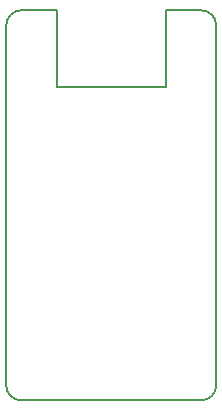
<source format=gm1>
G04 #@! TF.GenerationSoftware,KiCad,Pcbnew,(6.0.4)*
G04 #@! TF.CreationDate,2022-05-16T01:26:14+08:00*
G04 #@! TF.ProjectId,whale,7768616c-652e-46b6-9963-61645f706362,0.1*
G04 #@! TF.SameCoordinates,Original*
G04 #@! TF.FileFunction,Profile,NP*
%FSLAX46Y46*%
G04 Gerber Fmt 4.6, Leading zero omitted, Abs format (unit mm)*
G04 Created by KiCad (PCBNEW (6.0.4)) date 2022-05-16 01:26:14*
%MOMM*%
%LPD*%
G01*
G04 APERTURE LIST*
G04 #@! TA.AperFunction,Profile*
%ADD10C,0.150000*%
G04 #@! TD*
G04 APERTURE END LIST*
D10*
X30830000Y-22823554D02*
X30830000Y-29343554D01*
X27830000Y-55843554D02*
X43070000Y-55843554D01*
X26559946Y-54573554D02*
G75*
G03*
X27830000Y-55843554I1270054J54D01*
G01*
X26560000Y-24093554D02*
X26560000Y-54573554D01*
X30830000Y-29343554D02*
X40080000Y-29343554D01*
X27830000Y-22823554D02*
X30830000Y-22823554D01*
X40070000Y-22823554D02*
X43070000Y-22823554D01*
X43070000Y-55843500D02*
G75*
G03*
X44340000Y-54573554I100J1269900D01*
G01*
X40080000Y-29343554D02*
X40070000Y-22823554D01*
X44339946Y-24093554D02*
G75*
G03*
X43070000Y-22823554I-1269946J54D01*
G01*
X44340000Y-54573554D02*
X44340000Y-24093554D01*
X27830000Y-22823550D02*
G75*
G03*
X26560000Y-24093554I80J-1270080D01*
G01*
M02*

</source>
